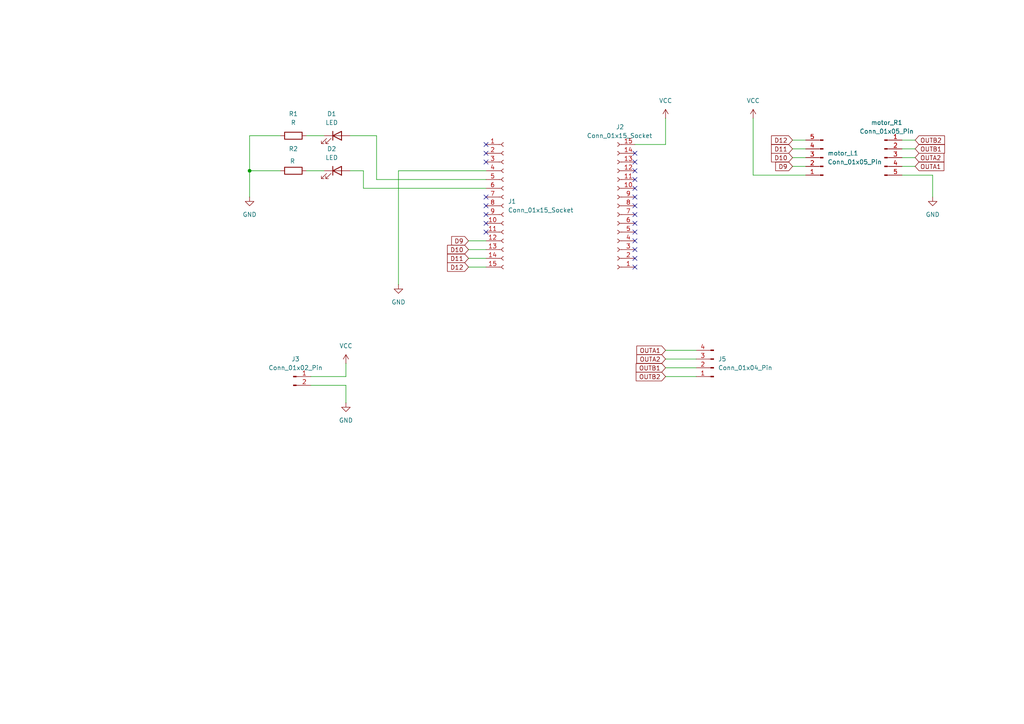
<source format=kicad_sch>
(kicad_sch (version 20231120) (generator "eeschema") (generator_version "8.0")
  (paper "A4")
  (lib_symbols
    (symbol "Connector:Conn_01x02_Pin" (pin_names (offset 1.016) hide)
      (property "Reference" "J" (at 0 2.54 0))
      (property "Value" "Conn_01x02_Pin" (at 0 -5.08 0))
      (symbol "Conn_01x02_Pin_1_1"
        (polyline (pts (xy 1.27 -2.54) (xy 0.8636 -2.54)) (stroke (width 0.1524)))
        (polyline (pts (xy 1.27 0) (xy 0.8636 0)) (stroke (width 0.1524)))
        (rectangle (start 0.8636 -2.413) (end 0 -2.667) (stroke (width 0.1524)) (fill (type outline)))
        (rectangle (start 0.8636 0.127) (end 0 -0.127) (stroke (width 0.1524)) (fill (type outline)))
        (pin passive line (at 5.08 0 180) (length 3.81) (name "Pin_1") (number "1"))
        (pin passive line (at 5.08 -2.54 180) (length 3.81) (name "Pin_2") (number "2"))
      )
    )
    (symbol "Connector:Conn_01x04_Pin" (pin_names (offset 1.016) hide)
      (property "Reference" "J" (at 0 5.08 0))
      (property "Value" "Conn_01x04_Pin" (at 0 -7.62 0))
      (symbol "Conn_01x04_Pin_1_1"
        (polyline (pts (xy 1.27 -5.08) (xy 0.8636 -5.08)) (stroke (width 0.1524)))
        (polyline (pts (xy 1.27 -2.54) (xy 0.8636 -2.54)) (stroke (width 0.1524)))
        (polyline (pts (xy 1.27 0) (xy 0.8636 0)) (stroke (width 0.1524)))
        (polyline (pts (xy 1.27 2.54) (xy 0.8636 2.54)) (stroke (width 0.1524)))
        (rectangle (start 0.8636 -4.953) (end 0 -5.207) (stroke (width 0.1524)) (fill (type outline)))
        (rectangle (start 0.8636 -2.413) (end 0 -2.667) (stroke (width 0.1524)) (fill (type outline)))
        (rectangle (start 0.8636 0.127) (end 0 -0.127) (stroke (width 0.1524)) (fill (type outline)))
        (rectangle (start 0.8636 2.667) (end 0 2.413) (stroke (width 0.1524)) (fill (type outline)))
        (pin passive line (at 5.08 2.54 180) (length 3.81) (name "Pin_1") (number "1"))
        (pin passive line (at 5.08 0 180) (length 3.81) (name "Pin_2") (number "2"))
        (pin passive line (at 5.08 -2.54 180) (length 3.81) (name "Pin_3") (number "3"))
        (pin passive line (at 5.08 -5.08 180) (length 3.81) (name "Pin_4") (number "4"))
      )
    )
    (symbol "Connector:Conn_01x05_Pin" (pin_names (offset 1.016) hide)
      (property "Reference" "J" (at 0 7.62 0))
      (property "Value" "Conn_01x05_Pin" (at 0 -7.62 0))
      (symbol "Conn_01x05_Pin_1_1"
        (polyline (pts (xy 1.27 -5.08) (xy 0.8636 -5.08)) (stroke (width 0.1524)))
        (polyline (pts (xy 1.27 -2.54) (xy 0.8636 -2.54)) (stroke (width 0.1524)))
        (polyline (pts (xy 1.27 0) (xy 0.8636 0)) (stroke (width 0.1524)))
        (polyline (pts (xy 1.27 2.54) (xy 0.8636 2.54)) (stroke (width 0.1524)))
        (polyline (pts (xy 1.27 5.08) (xy 0.8636 5.08)) (stroke (width 0.1524)))
        (rectangle (start 0.8636 -4.953) (end 0 -5.207) (stroke (width 0.1524)) (fill (type outline)))
        (rectangle (start 0.8636 -2.413) (end 0 -2.667) (stroke (width 0.1524)) (fill (type outline)))
        (rectangle (start 0.8636 0.127) (end 0 -0.127) (stroke (width 0.1524)) (fill (type outline)))
        (rectangle (start 0.8636 2.667) (end 0 2.413) (stroke (width 0.1524)) (fill (type outline)))
        (rectangle (start 0.8636 5.207) (end 0 4.953) (stroke (width 0.1524)) (fill (type outline)))
        (pin passive line (at 5.08 5.08 180) (length 3.81) (name "Pin_1") (number "1"))
        (pin passive line (at 5.08 2.54 180) (length 3.81) (name "Pin_2") (number "2"))
        (pin passive line (at 5.08 0 180) (length 3.81) (name "Pin_3") (number "3"))
        (pin passive line (at 5.08 -2.54 180) (length 3.81) (name "Pin_4") (number "4"))
        (pin passive line (at 5.08 -5.08 180) (length 3.81) (name "Pin_5") (number "5"))
      )
    )
    (symbol "Connector:Conn_01x15_Socket" (pin_names (offset 1.016) hide)
      (property "Reference" "J" (at 0 20.32 0))
      (property "Value" "Conn_01x15_Socket" (at 0 -20.32 0))
      (symbol "Conn_01x15_Socket_1_1"
        (arc (start 0 -17.272) (mid -0.5058 -17.78) (end 0 -18.288) (stroke (width 0.1524)))
        (arc (start 0 -14.732) (mid -0.5058 -15.24) (end 0 -15.748) (stroke (width 0.1524)))
        (arc (start 0 -12.192) (mid -0.5058 -12.7) (end 0 -13.208) (stroke (width 0.1524)))
        (arc (start 0 -9.652) (mid -0.5058 -10.16) (end 0 -10.668) (stroke (width 0.1524)))
        (arc (start 0 -7.112) (mid -0.5058 -7.62) (end 0 -8.128) (stroke (width 0.1524)))
        (arc (start 0 -4.572) (mid -0.5058 -5.08) (end 0 -5.588) (stroke (width 0.1524)))
        (arc (start 0 -2.032) (mid -0.5058 -2.54) (end 0 -3.048) (stroke (width 0.1524)))
        (polyline (pts (xy -1.27 -17.78) (xy -0.508 -17.78)) (stroke (width 0.1524)))
        (polyline (pts (xy -1.27 -15.24) (xy -0.508 -15.24)) (stroke (width 0.1524)))
        (polyline (pts (xy -1.27 -12.7) (xy -0.508 -12.7)) (stroke (width 0.1524)))
        (polyline (pts (xy -1.27 -10.16) (xy -0.508 -10.16)) (stroke (width 0.1524)))
        (polyline (pts (xy -1.27 -7.62) (xy -0.508 -7.62)) (stroke (width 0.1524)))
        (polyline (pts (xy -1.27 -5.08) (xy -0.508 -5.08)) (stroke (width 0.1524)))
        (polyline (pts (xy -1.27 -2.54) (xy -0.508 -2.54)) (stroke (width 0.1524)))
        (polyline (pts (xy -1.27 0) (xy -0.508 0)) (stroke (width 0.1524)))
        (polyline (pts (xy -1.27 2.54) (xy -0.508 2.54)) (stroke (width 0.1524)))
        (polyline (pts (xy -1.27 5.08) (xy -0.508 5.08)) (stroke (width 0.1524)))
        (polyline (pts (xy -1.27 7.62) (xy -0.508 7.62)) (stroke (width 0.1524)))
        (polyline (pts (xy -1.27 10.16) (xy -0.508 10.16)) (stroke (width 0.1524)))
        (polyline (pts (xy -1.27 12.7) (xy -0.508 12.7)) (stroke (width 0.1524)))
        (polyline (pts (xy -1.27 15.24) (xy -0.508 15.24)) (stroke (width 0.1524)))
        (polyline (pts (xy -1.27 17.78) (xy -0.508 17.78)) (stroke (width 0.1524)))
        (arc (start 0 0.508) (mid -0.5058 0) (end 0 -0.508) (stroke (width 0.1524)))
        (arc (start 0 3.048) (mid -0.5058 2.54) (end 0 2.032) (stroke (width 0.1524)))
        (arc (start 0 5.588) (mid -0.5058 5.08) (end 0 4.572) (stroke (width 0.1524)))
        (arc (start 0 8.128) (mid -0.5058 7.62) (end 0 7.112) (stroke (width 0.1524)))
        (arc (start 0 10.668) (mid -0.5058 10.16) (end 0 9.652) (stroke (width 0.1524)))
        (arc (start 0 13.208) (mid -0.5058 12.7) (end 0 12.192) (stroke (width 0.1524)))
        (arc (start 0 15.748) (mid -0.5058 15.24) (end 0 14.732) (stroke (width 0.1524)))
        (arc (start 0 18.288) (mid -0.5058 17.78) (end 0 17.272) (stroke (width 0.1524)))
        (pin passive line (at -5.08 17.78 0) (length 3.81) (name "Pin_1") (number "1"))
        (pin passive line (at -5.08 -5.08 0) (length 3.81) (name "Pin_10") (number "10"))
        (pin passive line (at -5.08 -7.62 0) (length 3.81) (name "Pin_11") (number "11"))
        (pin passive line (at -5.08 -10.16 0) (length 3.81) (name "Pin_12") (number "12"))
        (pin passive line (at -5.08 -12.7 0) (length 3.81) (name "Pin_13") (number "13"))
        (pin passive line (at -5.08 -15.24 0) (length 3.81) (name "Pin_14") (number "14"))
        (pin passive line (at -5.08 -17.78 0) (length 3.81) (name "Pin_15") (number "15"))
        (pin passive line (at -5.08 15.24 0) (length 3.81) (name "Pin_2") (number "2"))
        (pin passive line (at -5.08 12.7 0) (length 3.81) (name "Pin_3") (number "3"))
        (pin passive line (at -5.08 10.16 0) (length 3.81) (name "Pin_4") (number "4"))
        (pin passive line (at -5.08 7.62 0) (length 3.81) (name "Pin_5") (number "5"))
        (pin passive line (at -5.08 5.08 0) (length 3.81) (name "Pin_6") (number "6"))
        (pin passive line (at -5.08 2.54 0) (length 3.81) (name "Pin_7") (number "7"))
        (pin passive line (at -5.08 0 0) (length 3.81) (name "Pin_8") (number "8"))
        (pin passive line (at -5.08 -2.54 0) (length 3.81) (name "Pin_9") (number "9"))
      )
    )
    (symbol "Device:LED" (pin_numbers hide) (pin_names (offset 1.016) hide)
      (property "Reference" "D" (at 0 2.54 0))
      (property "Value" "LED" (at 0 -2.54 0))
      (symbol "LED_0_1"
        (polyline (pts (xy -1.27 -1.27) (xy -1.27 1.27)) (stroke (width 0.254)))
        (polyline (pts (xy -1.27 0) (xy 1.27 0)))
        (polyline (pts (xy 1.27 -1.27) (xy 1.27 1.27) (xy -1.27 0) (xy 1.27 -1.27)) (stroke (width 0.254)))
        (polyline (pts (xy -3.048 -0.762) (xy -4.572 -2.286) (xy -3.81 -2.286) (xy -4.572 -2.286) (xy -4.572 -1.524)))
        (polyline (pts (xy -1.778 -0.762) (xy -3.302 -2.286) (xy -2.54 -2.286) (xy -3.302 -2.286) (xy -3.302 -1.524)))
      )
      (symbol "LED_1_1"
        (pin passive line (at -3.81 0 0) (length 2.54) (name "K") (number "1"))
        (pin passive line (at 3.81 0 180) (length 2.54) (name "A") (number "2"))
      )
    )
    (symbol "Device:R" (pin_numbers hide) (pin_names (offset 0))
      (property "Reference" "R" (at 2.032 0 90))
      (property "Value" "R" (at 0 0 90))
      (symbol "R_0_1"
        (rectangle (start -1.016 -2.54) (end 1.016 2.54) (stroke (width 0.254)))
      )
      (symbol "R_1_1"
        (pin passive line (at 0 3.81 270) (length 1.27) (name "~") (number "1"))
        (pin passive line (at 0 -3.81 90) (length 1.27) (name "~") (number "2"))
      )
    )
    (symbol "power:GND" (power) (pin_numbers hide) (pin_names (offset 0) hide)
      (property "Value" "GND" (at 0 -3.81 0))
      (symbol "GND_0_1"
        (polyline (pts (xy 0 0) (xy 0 -1.27) (xy 1.27 -1.27) (xy 0 -2.54) (xy -1.27 -1.27) (xy 0 -1.27)))
      )
      (symbol "GND_1_1"
        (pin power_in line (at 0 0 270) (length 0) (name "~") (number "1"))
      )
    )
    (symbol "power:VCC" (power) (pin_numbers hide) (pin_names (offset 0) hide)
      (property "Value" "VCC" (at 0 3.556 0))
      (symbol "VCC_0_1"
        (polyline (pts (xy -0.762 1.27) (xy 0 2.54)))
        (polyline (pts (xy 0 0) (xy 0 2.54)))
        (polyline (pts (xy 0 2.54) (xy 0.762 1.27)))
      )
      (symbol "VCC_1_1"
        (pin power_in line (at 0 0 90) (length 0) (name "~") (number "1"))
      )
    )
  )
  (junction (at 72.39 49.53))
  (no_connect (at 184.15 74.93))
  (no_connect (at 184.15 72.39))
  (no_connect (at 184.15 59.69))
  (no_connect (at 184.15 62.23))
  (no_connect (at 140.97 62.23))
  (no_connect (at 184.15 77.47))
  (no_connect (at 140.97 67.31))
  (no_connect (at 184.15 46.99))
  (no_connect (at 184.15 52.07))
  (no_connect (at 184.15 44.45))
  (no_connect (at 184.15 57.15))
  (no_connect (at 184.15 69.85))
  (no_connect (at 184.15 64.77))
  (no_connect (at 184.15 49.53))
  (no_connect (at 184.15 67.31))
  (no_connect (at 140.97 46.99))
  (no_connect (at 140.97 59.69))
  (no_connect (at 140.97 41.91))
  (no_connect (at 140.97 57.15))
  (no_connect (at 140.97 64.77))
  (no_connect (at 140.97 44.45))
  (no_connect (at 184.15 54.61))
  (wire (pts (xy 261.62 45.72) (xy 265.43 45.72)))
  (wire (pts (xy 105.41 49.53) (xy 105.41 54.61)))
  (wire (pts (xy 261.62 40.64) (xy 265.43 40.64)))
  (wire (pts (xy 81.28 39.37) (xy 72.39 39.37)))
  (wire (pts (xy 270.51 50.8) (xy 270.51 57.15)))
  (wire (pts (xy 193.04 41.91) (xy 193.04 34.29)))
  (wire (pts (xy 193.04 104.14) (xy 201.93 104.14)))
  (wire (pts (xy 105.41 54.61) (xy 140.97 54.61)))
  (wire (pts (xy 135.89 74.93) (xy 140.97 74.93)))
  (wire (pts (xy 135.89 77.47) (xy 140.97 77.47)))
  (wire (pts (xy 261.62 43.18) (xy 265.43 43.18)))
  (wire (pts (xy 100.33 111.76) (xy 100.33 116.84)))
  (wire (pts (xy 109.22 52.07) (xy 140.97 52.07)))
  (wire (pts (xy 115.57 49.53) (xy 115.57 82.55)))
  (wire (pts (xy 218.44 50.8) (xy 233.68 50.8)))
  (wire (pts (xy 72.39 49.53) (xy 72.39 57.15)))
  (wire (pts (xy 90.17 109.22) (xy 100.33 109.22)))
  (wire (pts (xy 135.89 69.85) (xy 140.97 69.85)))
  (wire (pts (xy 193.04 109.22) (xy 201.93 109.22)))
  (wire (pts (xy 88.9 39.37) (xy 93.98 39.37)))
  (wire (pts (xy 229.87 48.26) (xy 233.68 48.26)))
  (wire (pts (xy 218.44 34.29) (xy 218.44 50.8)))
  (wire (pts (xy 261.62 50.8) (xy 270.51 50.8)))
  (wire (pts (xy 229.87 40.64) (xy 233.68 40.64)))
  (wire (pts (xy 229.87 45.72) (xy 233.68 45.72)))
  (wire (pts (xy 193.04 106.68) (xy 201.93 106.68)))
  (wire (pts (xy 115.57 49.53) (xy 140.97 49.53)))
  (wire (pts (xy 135.89 72.39) (xy 140.97 72.39)))
  (wire (pts (xy 72.39 49.53) (xy 81.28 49.53)))
  (wire (pts (xy 88.9 49.53) (xy 93.98 49.53)))
  (wire (pts (xy 90.17 111.76) (xy 100.33 111.76)))
  (wire (pts (xy 101.6 49.53) (xy 105.41 49.53)))
  (wire (pts (xy 193.04 101.6) (xy 201.93 101.6)))
  (wire (pts (xy 109.22 52.07) (xy 109.22 39.37)))
  (wire (pts (xy 184.15 41.91) (xy 193.04 41.91)))
  (wire (pts (xy 72.39 39.37) (xy 72.39 49.53)))
  (wire (pts (xy 261.62 48.26) (xy 265.43 48.26)))
  (wire (pts (xy 229.87 43.18) (xy 233.68 43.18)))
  (wire (pts (xy 109.22 39.37) (xy 101.6 39.37)))
  (wire (pts (xy 100.33 109.22) (xy 100.33 105.41)))
  (global_label "D10" (shape input) (at 135.89 72.39 180) (property "Intersheetrefs" "${INTERSHEET_REFS}" (effects (hide yes))))
  (global_label "OUTB2" (shape input) (at 193.04 109.22 180) (property "Intersheetrefs" "${INTERSHEET_REFS}" (effects (hide yes))))
  (global_label "D12" (shape input) (at 229.87 40.64 180) (property "Intersheetrefs" "${INTERSHEET_REFS}" (effects (hide yes))))
  (global_label "OUTA1" (shape input) (at 265.43 48.26 0) (property "Intersheetrefs" "${INTERSHEET_REFS}" (effects (hide yes))))
  (global_label "D12" (shape input) (at 135.89 77.47 180) (property "Intersheetrefs" "${INTERSHEET_REFS}" (effects (hide yes))))
  (global_label "OUTA1" (shape input) (at 193.04 101.6 180) (property "Intersheetrefs" "${INTERSHEET_REFS}" (effects (hide yes))))
  (global_label "D11" (shape input) (at 229.87 43.18 180) (property "Intersheetrefs" "${INTERSHEET_REFS}" (effects (hide yes))))
  (global_label "D9" (shape input) (at 229.87 48.26 180) (property "Intersheetrefs" "${INTERSHEET_REFS}" (effects (hide yes))))
  (global_label "D10" (shape input) (at 229.87 45.72 180) (property "Intersheetrefs" "${INTERSHEET_REFS}" (effects (hide yes))))
  (global_label "OUTA2" (shape input) (at 193.04 104.14 180) (property "Intersheetrefs" "${INTERSHEET_REFS}" (effects (hide yes))))
  (global_label "D9" (shape input) (at 135.89 69.85 180) (property "Intersheetrefs" "${INTERSHEET_REFS}" (effects (hide yes))))
  (global_label "D11" (shape input) (at 135.89 74.93 180) (property "Intersheetrefs" "${INTERSHEET_REFS}" (effects (hide yes))))
  (global_label "OUTA2" (shape input) (at 265.43 45.72 0) (property "Intersheetrefs" "${INTERSHEET_REFS}" (effects (hide yes))))
  (global_label "OUTB1" (shape input) (at 193.04 106.68 180) (property "Intersheetrefs" "${INTERSHEET_REFS}" (effects (hide yes))))
  (global_label "OUTB2" (shape input) (at 265.43 40.64 0) (property "Intersheetrefs" "${INTERSHEET_REFS}" (effects (hide yes))))
  (global_label "OUTB1" (shape input) (at 265.43 43.18 0) (property "Intersheetrefs" "${INTERSHEET_REFS}" (effects (hide yes))))
  (symbol (lib_id "power:GND") (at 100.33 116.84 0) (unit 1)
    (property "Reference" "#PWR06" (effects (hide yes)))
    (property "Value" "GND" (at 100.33 121.92 0))
    (property "Description" "Power symbol creates a global label with name \"GND\" , ground" (effects (hide yes)))
  )
  (symbol (lib_id "Device:LED") (at 97.79 49.53 0) (unit 1)
    (property "Reference" "D2" (at 96.2025 43.18 0))
    (property "Value" "LED" (at 96.2025 45.72 0))
    (property "Description" "Light emitting diode" (effects (hide yes)))
  )
  (symbol (lib_id "Device:LED") (at 97.79 39.37 0) (unit 1)
    (property "Reference" "D1" (at 96.2025 33.02 0))
    (property "Value" "LED" (at 96.2025 35.56 0))
    (property "Description" "Light emitting diode" (effects (hide yes)))
  )
  (symbol (lib_id "power:GND") (at 115.57 82.55 0) (unit 1)
    (property "Reference" "#PWR02" (effects (hide yes)))
    (property "Value" "GND" (at 115.57 87.63 0))
    (property "Description" "Power symbol creates a global label with name \"GND\" , ground" (effects (hide yes)))
  )
  (symbol (lib_id "power:VCC") (at 218.44 34.29 0) (unit 1)
    (property "Reference" "#PWR03" (effects (hide yes)))
    (property "Value" "VCC" (at 218.44 29.21 0))
    (property "Description" "Power symbol creates a global label with name \"VCC\"" (effects (hide yes)))
  )
  (symbol (lib_id "power:VCC") (at 100.33 105.41 0) (unit 1)
    (property "Reference" "#PWR05" (effects (hide yes)))
    (property "Value" "VCC" (at 100.33 100.33 0))
    (property "Description" "Power symbol creates a global label with name \"VCC\"" (effects (hide yes)))
  )
  (symbol (lib_id "Connector:Conn_01x04_Pin") (at 207.01 106.68 180) (unit 1)
    (property "Reference" "J5" (at 208.28 104.1399 0) (effects (justify right)))
    (property "Value" "Conn_01x04_Pin" (at 208.28 106.6799 0) (effects (justify right)))
    (property "Description" "Generic connector, single row, 01x04, script generated" (effects (hide yes)))
  )
  (symbol (lib_id "Connector:Conn_01x02_Pin") (at 85.09 109.22 0) (unit 1)
    (property "Reference" "J3" (at 85.725 104.14 0))
    (property "Value" "Conn_01x02_Pin" (at 85.725 106.68 0))
    (property "Footprint" "Connector_PinHeader_2.54mm:PinHeader_1x02_P2.54mm_Vertical" (effects (hide yes)))
    (property "Description" "Generic connector, single row, 01x02, script generated" (effects (hide yes)))
  )
  (symbol (lib_id "Connector:Conn_01x15_Socket") (at 146.05 59.69 0) (unit 1)
    (property "Reference" "J1" (at 147.32 58.4199 0) (effects (justify left)))
    (property "Value" "Conn_01x15_Socket" (at 147.32 60.9599 0) (effects (justify left)))
    (property "Description" "Generic connector, single row, 01x15, script generated" (effects (hide yes)))
  )
  (symbol (lib_id "Device:R") (at 85.09 49.53 90) (unit 1)
    (property "Reference" "R2" (at 85.09 43.18 90))
    (property "Value" "R" (at 84.836 46.736 90))
    (property "Description" "Resistor" (effects (hide yes)))
  )
  (symbol (lib_id "power:VCC") (at 193.04 34.29 0) (unit 1)
    (property "Reference" "#PWR07" (effects (hide yes)))
    (property "Value" "VCC" (at 193.04 29.21 0))
    (property "Description" "Power symbol creates a global label with name \"VCC\"" (effects (hide yes)))
  )
  (symbol (lib_id "power:GND") (at 72.39 57.15 0) (unit 1)
    (property "Reference" "#PWR01" (effects (hide yes)))
    (property "Value" "GND" (at 72.39 62.23 0))
    (property "Description" "Power symbol creates a global label with name \"GND\" , ground" (effects (hide yes)))
  )
  (symbol (lib_id "Connector:Conn_01x05_Pin") (at 238.76 45.72 180) (unit 1)
    (property "Reference" "motor_L1" (at 240.03 44.4499 0) (effects (justify right)))
    (property "Value" "Conn_01x05_Pin" (at 240.03 46.9899 0) (effects (justify right)))
    (property "Description" "Generic connector, single row, 01x05, script generated" (effects (hide yes)))
  )
  (symbol (lib_id "power:GND") (at 270.51 57.15 0) (unit 1)
    (property "Reference" "#PWR04" (effects (hide yes)))
    (property "Value" "GND" (at 270.51 62.23 0))
    (property "Description" "Power symbol creates a global label with name \"GND\" , ground" (effects (hide yes)))
  )
  (symbol (lib_id "Device:R") (at 85.09 39.37 90) (unit 1)
    (property "Reference" "R1" (at 85.09 33.02 90))
    (property "Value" "R" (at 85.09 35.56 90))
    (property "Description" "Resistor" (effects (hide yes)))
  )
  (symbol (lib_id "Connector:Conn_01x05_Pin") (at 256.54 45.72 0) (unit 1)
    (property "Reference" "motor_R1" (at 257.175 35.56 0))
    (property "Value" "Conn_01x05_Pin" (at 257.175 38.1 0))
    (property "Description" "Generic connector, single row, 01x05, script generated" (effects (hide yes)))
  )
  (symbol (lib_id "Connector:Conn_01x15_Socket") (at 179.07 59.69 180) (unit 1)
    (property "Reference" "J2" (at 179.832 36.83 0))
    (property "Value" "Conn_01x15_Socket" (at 179.705 39.37 0))
    (property "Description" "Generic connector, single row, 01x15, script generated" (effects (hide yes)))
  )
)
</source>
